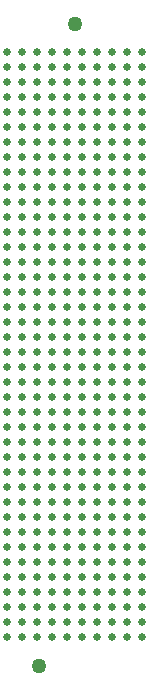
<source format=gbr>
%TF.GenerationSoftware,KiCad,Pcbnew,7.0.10*%
%TF.CreationDate,2024-03-14T12:03:47+01:00*%
%TF.ProjectId,FMC_breakout,464d435f-6272-4656-916b-6f75742e6b69,1.2*%
%TF.SameCoordinates,Original*%
%TF.FileFunction,Soldermask,Bot*%
%TF.FilePolarity,Negative*%
%FSLAX46Y46*%
G04 Gerber Fmt 4.6, Leading zero omitted, Abs format (unit mm)*
G04 Created by KiCad (PCBNEW 7.0.10) date 2024-03-14 12:03:47*
%MOMM*%
%LPD*%
G01*
G04 APERTURE LIST*
%ADD10C,1.270000*%
%ADD11C,0.640000*%
G04 APERTURE END LIST*
D10*
%TO.C,J0*%
X71090000Y-64885000D03*
X68040000Y-119265000D03*
D11*
X76805000Y-67310000D03*
X76805000Y-68580000D03*
X76805000Y-69850000D03*
X76805000Y-71120000D03*
X76805000Y-72390000D03*
X76805000Y-73660000D03*
X76805000Y-74930000D03*
X76805000Y-76200000D03*
X76805000Y-77470000D03*
X76805000Y-78740000D03*
X76805000Y-80010000D03*
X76805000Y-81280000D03*
X76805000Y-82550000D03*
X76805000Y-83820000D03*
X76805000Y-85090000D03*
X76805000Y-86360000D03*
X76805000Y-87630000D03*
X76805000Y-88900000D03*
X76805000Y-90170000D03*
X76805000Y-91435000D03*
X76805000Y-92715000D03*
X76805000Y-93980000D03*
X76805000Y-95250000D03*
X76805000Y-96520000D03*
X76805000Y-97790000D03*
X76805000Y-99060000D03*
X76805000Y-100330000D03*
X76805000Y-101600000D03*
X76805000Y-102870000D03*
X76805000Y-104140000D03*
X76805000Y-105410000D03*
X76805000Y-106680000D03*
X76805000Y-107950000D03*
X76805000Y-109220000D03*
X76805000Y-110490000D03*
X76805000Y-111760000D03*
X76805000Y-113030000D03*
X76805000Y-114300000D03*
X76805000Y-115570000D03*
X76805000Y-116840000D03*
X75535000Y-67310000D03*
X75535000Y-68580000D03*
X75535000Y-69850000D03*
X75535000Y-71120000D03*
X75535000Y-72390000D03*
X75535000Y-73660000D03*
X75535000Y-74930000D03*
X75535000Y-76200000D03*
X75535000Y-77470000D03*
X75535000Y-78740000D03*
X75535000Y-80010000D03*
X75535000Y-81280000D03*
X75535000Y-82550000D03*
X75535000Y-83820000D03*
X75535000Y-85090000D03*
X75535000Y-86360000D03*
X75535000Y-87630000D03*
X75535000Y-88900000D03*
X75535000Y-90170000D03*
X75535000Y-91435000D03*
X75535000Y-92715000D03*
X75535000Y-93980000D03*
X75535000Y-95250000D03*
X75535000Y-96520000D03*
X75535000Y-97790000D03*
X75535000Y-99060000D03*
X75535000Y-100330000D03*
X75535000Y-101600000D03*
X75535000Y-102870000D03*
X75535000Y-104140000D03*
X75535000Y-105410000D03*
X75535000Y-106680000D03*
X75535000Y-107950000D03*
X75535000Y-109220000D03*
X75535000Y-110490000D03*
X75535000Y-111760000D03*
X75535000Y-113030000D03*
X75535000Y-114300000D03*
X75535000Y-115570000D03*
X75535000Y-116840000D03*
X74265000Y-67310000D03*
X74265000Y-68580000D03*
X74265000Y-69850000D03*
X74265000Y-71120000D03*
X74265000Y-72390000D03*
X74265000Y-73660000D03*
X74265000Y-74930000D03*
X74265000Y-76200000D03*
X74265000Y-77470000D03*
X74265000Y-78740000D03*
X74265000Y-80010000D03*
X74265000Y-81280000D03*
X74265000Y-82550000D03*
X74265000Y-83820000D03*
X74265000Y-85090000D03*
X74265000Y-86360000D03*
X74265000Y-87630000D03*
X74265000Y-88900000D03*
X74265000Y-90170000D03*
X74265000Y-91435000D03*
X74265000Y-92715000D03*
X74265000Y-93980000D03*
X74265000Y-95250000D03*
X74265000Y-96520000D03*
X74265000Y-97790000D03*
X74265000Y-99060000D03*
X74265000Y-100330000D03*
X74265000Y-101600000D03*
X74265000Y-102870000D03*
X74265000Y-104140000D03*
X74265000Y-105410000D03*
X74265000Y-106680000D03*
X74265000Y-107950000D03*
X74265000Y-109220000D03*
X74265000Y-110490000D03*
X74265000Y-111760000D03*
X74265000Y-113030000D03*
X74265000Y-114300000D03*
X74265000Y-115570000D03*
X74265000Y-116840000D03*
X72995000Y-67310000D03*
X72995000Y-68580000D03*
X72995000Y-69850000D03*
X72995000Y-71120000D03*
X72995000Y-72390000D03*
X72995000Y-73660000D03*
X72995000Y-74930000D03*
X72995000Y-76200000D03*
X72995000Y-77470000D03*
X72995000Y-78740000D03*
X72995000Y-80010000D03*
X72995000Y-81280000D03*
X72995000Y-82550000D03*
X72995000Y-83820000D03*
X72995000Y-85090000D03*
X72995000Y-86360000D03*
X72995000Y-87630000D03*
X72995000Y-88900000D03*
X72995000Y-90170000D03*
X72995000Y-91435000D03*
X72995000Y-92715000D03*
X72995000Y-93980000D03*
X72995000Y-95250000D03*
X72995000Y-96520000D03*
X72995000Y-97790000D03*
X72995000Y-99060000D03*
X72995000Y-100330000D03*
X72995000Y-101600000D03*
X72995000Y-102870000D03*
X72995000Y-104140000D03*
X72995000Y-105410000D03*
X72995000Y-106680000D03*
X72995000Y-107950000D03*
X72995000Y-109220000D03*
X72995000Y-110490000D03*
X72995000Y-111760000D03*
X72995000Y-113030000D03*
X72995000Y-114300000D03*
X72995000Y-115570000D03*
X72995000Y-116840000D03*
X71730000Y-67310000D03*
X71730000Y-68580000D03*
X71730000Y-69850000D03*
X71730000Y-71120000D03*
X71730000Y-72390000D03*
X71730000Y-73660000D03*
X71730000Y-74930000D03*
X71730000Y-76200000D03*
X71730000Y-77470000D03*
X71730000Y-78740000D03*
X71730000Y-80010000D03*
X71730000Y-81280000D03*
X71730000Y-82550000D03*
X71730000Y-83820000D03*
X71730000Y-85090000D03*
X71730000Y-86360000D03*
X71730000Y-87630000D03*
X71730000Y-88900000D03*
X71730000Y-90170000D03*
X71730000Y-91435000D03*
X71730000Y-92715000D03*
X71730000Y-93980000D03*
X71730000Y-95250000D03*
X71730000Y-96520000D03*
X71730000Y-97790000D03*
X71730000Y-99060000D03*
X71730000Y-100330000D03*
X71730000Y-101600000D03*
X71730000Y-102870000D03*
X71730000Y-104140000D03*
X71730000Y-105410000D03*
X71730000Y-106680000D03*
X71730000Y-107950000D03*
X71730000Y-109220000D03*
X71730000Y-110490000D03*
X71730000Y-111760000D03*
X71730000Y-113030000D03*
X71730000Y-114300000D03*
X71730000Y-115570000D03*
X71730000Y-116840000D03*
X70450000Y-67310000D03*
X70450000Y-68580000D03*
X70450000Y-69850000D03*
X70450000Y-71120000D03*
X70450000Y-72390000D03*
X70450000Y-73660000D03*
X70450000Y-74930000D03*
X70450000Y-76200000D03*
X70450000Y-77470000D03*
X70450000Y-78740000D03*
X70450000Y-80010000D03*
X70450000Y-81280000D03*
X70450000Y-82550000D03*
X70450000Y-83820000D03*
X70450000Y-85090000D03*
X70450000Y-86360000D03*
X70450000Y-87630000D03*
X70450000Y-88900000D03*
X70450000Y-90170000D03*
X70450000Y-91435000D03*
X70450000Y-92715000D03*
X70450000Y-93980000D03*
X70450000Y-95250000D03*
X70450000Y-96520000D03*
X70450000Y-97790000D03*
X70450000Y-99060000D03*
X70450000Y-100330000D03*
X70450000Y-101600000D03*
X70450000Y-102870000D03*
X70450000Y-104140000D03*
X70450000Y-105410000D03*
X70450000Y-106680000D03*
X70450000Y-107950000D03*
X70450000Y-109220000D03*
X70450000Y-110490000D03*
X70450000Y-111760000D03*
X70450000Y-113030000D03*
X70450000Y-114300000D03*
X70450000Y-115570000D03*
X70450000Y-116840000D03*
X69185000Y-67310000D03*
X69185000Y-68580000D03*
X69185000Y-69850000D03*
X69185000Y-71120000D03*
X69185000Y-72390000D03*
X69185000Y-73660000D03*
X69185000Y-74930000D03*
X69185000Y-76200000D03*
X69185000Y-77470000D03*
X69185000Y-78740000D03*
X69185000Y-80010000D03*
X69185000Y-81280000D03*
X69185000Y-82550000D03*
X69185000Y-83820000D03*
X69185000Y-85090000D03*
X69185000Y-86360000D03*
X69185000Y-87630000D03*
X69185000Y-88900000D03*
X69185000Y-90170000D03*
X69185000Y-91435000D03*
X69185000Y-92715000D03*
X69185000Y-93980000D03*
X69185000Y-95250000D03*
X69185000Y-96520000D03*
X69185000Y-97790000D03*
X69185000Y-99060000D03*
X69185000Y-100330000D03*
X69185000Y-101600000D03*
X69185000Y-102870000D03*
X69185000Y-104140000D03*
X69185000Y-105410000D03*
X69185000Y-106680000D03*
X69185000Y-107950000D03*
X69185000Y-109220000D03*
X69185000Y-110490000D03*
X69185000Y-111760000D03*
X69185000Y-113030000D03*
X69185000Y-114300000D03*
X69185000Y-115570000D03*
X69185000Y-116840000D03*
X67915000Y-67310000D03*
X67915000Y-68580000D03*
X67915000Y-69850000D03*
X67915000Y-71120000D03*
X67915000Y-72390000D03*
X67915000Y-73660000D03*
X67915000Y-74930000D03*
X67915000Y-76200000D03*
X67915000Y-77470000D03*
X67915000Y-78740000D03*
X67915000Y-80010000D03*
X67915000Y-81280000D03*
X67915000Y-82550000D03*
X67915000Y-83820000D03*
X67915000Y-85090000D03*
X67915000Y-86360000D03*
X67915000Y-87630000D03*
X67915000Y-88900000D03*
X67915000Y-90170000D03*
X67915000Y-91435000D03*
X67915000Y-92715000D03*
X67915000Y-93980000D03*
X67915000Y-95250000D03*
X67915000Y-96520000D03*
X67915000Y-97790000D03*
X67915000Y-99060000D03*
X67915000Y-100330000D03*
X67915000Y-101600000D03*
X67915000Y-102870000D03*
X67915000Y-104140000D03*
X67915000Y-105410000D03*
X67915000Y-106680000D03*
X67915000Y-107950000D03*
X67915000Y-109220000D03*
X67915000Y-110490000D03*
X67915000Y-111760000D03*
X67915000Y-113030000D03*
X67915000Y-114300000D03*
X67915000Y-115570000D03*
X67915000Y-116840000D03*
X66645000Y-67310000D03*
X66645000Y-68580000D03*
X66645000Y-69850000D03*
X66645000Y-71120000D03*
X66645000Y-72390000D03*
X66645000Y-73660000D03*
X66645000Y-74930000D03*
X66645000Y-76200000D03*
X66645000Y-77470000D03*
X66645000Y-78740000D03*
X66645000Y-80010000D03*
X66645000Y-81280000D03*
X66645000Y-82550000D03*
X66645000Y-83820000D03*
X66645000Y-85090000D03*
X66645000Y-86360000D03*
X66645000Y-87630000D03*
X66645000Y-88900000D03*
X66645000Y-90170000D03*
X66645000Y-91435000D03*
X66645000Y-92715000D03*
X66645000Y-93980000D03*
X66645000Y-95250000D03*
X66645000Y-96520000D03*
X66645000Y-97790000D03*
X66645000Y-99060000D03*
X66645000Y-100330000D03*
X66645000Y-101600000D03*
X66645000Y-102870000D03*
X66645000Y-104140000D03*
X66645000Y-105410000D03*
X66645000Y-106680000D03*
X66645000Y-107950000D03*
X66645000Y-109220000D03*
X66645000Y-110490000D03*
X66645000Y-111760000D03*
X66645000Y-113030000D03*
X66645000Y-114300000D03*
X66645000Y-115570000D03*
X66645000Y-116840000D03*
X65375000Y-67310000D03*
X65375000Y-68580000D03*
X65375000Y-69850000D03*
X65375000Y-71120000D03*
X65375000Y-72390000D03*
X65375000Y-73660000D03*
X65375000Y-74930000D03*
X65375000Y-76200000D03*
X65375000Y-77470000D03*
X65375000Y-78740000D03*
X65375000Y-80010000D03*
X65375000Y-81280000D03*
X65375000Y-82550000D03*
X65375000Y-83820000D03*
X65375000Y-85090000D03*
X65375000Y-86360000D03*
X65375000Y-87630000D03*
X65375000Y-88900000D03*
X65375000Y-90170000D03*
X65375000Y-91435000D03*
X65375000Y-92715000D03*
X65375000Y-93980000D03*
X65375000Y-95250000D03*
X65375000Y-96520000D03*
X65375000Y-97790000D03*
X65375000Y-99060000D03*
X65375000Y-100330000D03*
X65375000Y-101600000D03*
X65375000Y-102870000D03*
X65375000Y-104140000D03*
X65375000Y-105410000D03*
X65375000Y-106680000D03*
X65375000Y-107950000D03*
X65375000Y-109220000D03*
X65375000Y-110490000D03*
X65375000Y-111760000D03*
X65375000Y-113030000D03*
X65375000Y-114300000D03*
X65375000Y-115570000D03*
X65375000Y-116840000D03*
%TD*%
M02*

</source>
